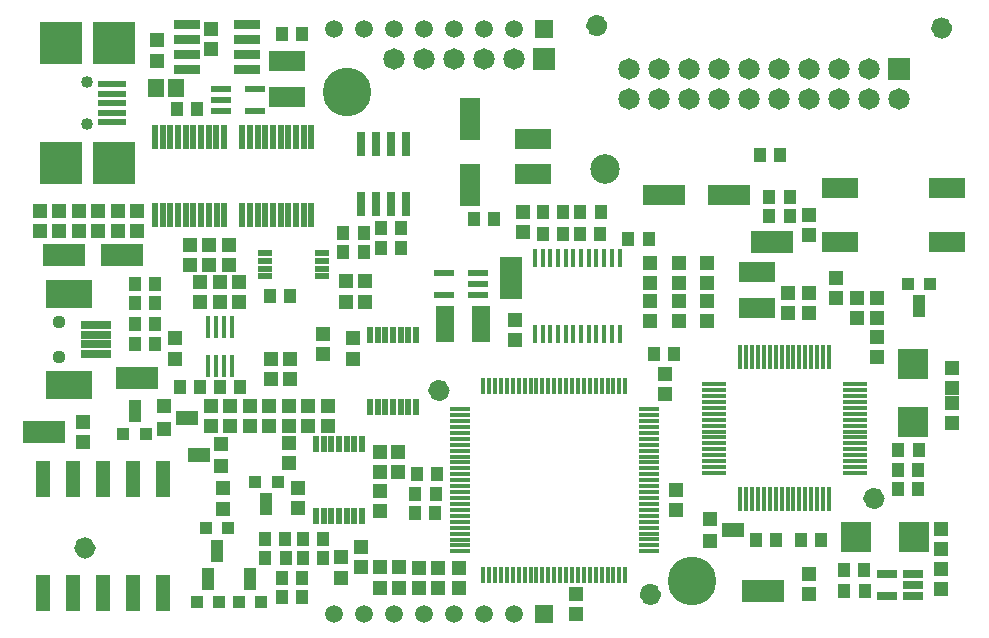
<source format=gts>
G04 Layer_Color=8388736*
%FSLAX25Y25*%
%MOIN*%
G70*
G01*
G75*
%ADD54C,0.04000*%
%ADD60C,0.04000*%
G04:AMPARAMS|DCode=68|XSize=80mil|YSize=19mil|CornerRadius=0mil|HoleSize=0mil|Usage=FLASHONLY|Rotation=90.018|XOffset=0mil|YOffset=0mil|HoleType=Round|Shape=Rectangle|*
%AMROTATEDRECTD68*
4,1,4,0.00951,-0.04000,-0.00949,-0.04000,-0.00951,0.04000,0.00949,0.04000,0.00951,-0.04000,0.0*
%
%ADD68ROTATEDRECTD68*%

%ADD69R,0.09500X0.02400*%
%ADD70R,0.14200X0.14200*%
G04:AMPARAMS|DCode=71|XSize=14mil|YSize=83mil|CornerRadius=0mil|HoleSize=0mil|Usage=FLASHONLY|Rotation=180.010|XOffset=0mil|YOffset=0mil|HoleType=Round|Shape=Rectangle|*
%AMROTATEDRECTD71*
4,1,4,0.00699,0.04150,0.00701,-0.04150,-0.00699,-0.04150,-0.00701,0.04150,0.00699,0.04150,0.0*
%
%ADD71ROTATEDRECTD71*%

G04:AMPARAMS|DCode=72|XSize=14mil|YSize=83mil|CornerRadius=0mil|HoleSize=0mil|Usage=FLASHONLY|Rotation=270.010|XOffset=0mil|YOffset=0mil|HoleType=Round|Shape=Rectangle|*
%AMROTATEDRECTD72*
4,1,4,-0.04150,0.00699,0.04150,0.00701,0.04150,-0.00699,-0.04150,-0.00701,-0.04150,0.00699,0.0*
%
%ADD72ROTATEDRECTD72*%

G04:AMPARAMS|DCode=73|XSize=56mil|YSize=19mil|CornerRadius=0mil|HoleSize=0mil|Usage=FLASHONLY|Rotation=90.018|XOffset=0mil|YOffset=0mil|HoleType=Round|Shape=Rectangle|*
%AMROTATEDRECTD73*
4,1,4,0.00951,-0.02800,-0.00949,-0.02800,-0.00951,0.02800,0.00949,0.02800,0.00951,-0.02800,0.0*
%
%ADD73ROTATEDRECTD73*%

%ADD74R,0.03000X0.08400*%
G04:AMPARAMS|DCode=75|XSize=20mil|YSize=64mil|CornerRadius=0mil|HoleSize=0mil|Usage=FLASHONLY|Rotation=90.018|XOffset=0mil|YOffset=0mil|HoleType=Round|Shape=Rectangle|*
%AMROTATEDRECTD75*
4,1,4,0.03200,-0.00999,-0.03200,-0.01001,-0.03200,0.00999,0.03200,0.01001,0.03200,-0.00999,0.0*
%
%ADD75ROTATEDRECTD75*%

G04:AMPARAMS|DCode=76|XSize=64mil|YSize=123mil|CornerRadius=0mil|HoleSize=0mil|Usage=FLASHONLY|Rotation=270.002|XOffset=0mil|YOffset=0mil|HoleType=Round|Shape=Rectangle|*
%AMROTATEDRECTD76*
4,1,4,-0.06150,0.03200,0.06150,0.03200,0.06150,-0.03200,-0.06150,-0.03200,-0.06150,0.03200,0.0*
%
%ADD76ROTATEDRECTD76*%

G04:AMPARAMS|DCode=77|XSize=142mil|YSize=64mil|CornerRadius=0mil|HoleSize=0mil|Usage=FLASHONLY|Rotation=180.010|XOffset=0mil|YOffset=0mil|HoleType=Round|Shape=Rectangle|*
%AMROTATEDRECTD77*
4,1,4,0.07100,0.03201,0.07101,-0.03199,-0.07100,-0.03201,-0.07101,0.03199,0.07100,0.03201,0.0*
%
%ADD77ROTATEDRECTD77*%

%ADD78R,0.04400X0.04400*%
%ADD79R,0.04400X0.07400*%
%ADD80P,0.06223X4X135.0*%
G04:AMPARAMS|DCode=81|XSize=44mil|YSize=74mil|CornerRadius=0mil|HoleSize=0mil|Usage=FLASHONLY|Rotation=90.018|XOffset=0mil|YOffset=0mil|HoleType=Round|Shape=Rectangle|*
%AMROTATEDRECTD81*
4,1,4,0.03701,-0.02199,-0.03699,-0.02201,-0.03701,0.02199,0.03699,0.02201,0.03701,-0.02199,0.0*
%
%ADD81ROTATEDRECTD81*%

G04:AMPARAMS|DCode=82|XSize=84mil|YSize=30mil|CornerRadius=0mil|HoleSize=0mil|Usage=FLASHONLY|Rotation=0.002|XOffset=0mil|YOffset=0mil|HoleType=Round|Shape=Rectangle|*
%AMROTATEDRECTD82*
4,1,4,-0.04200,-0.01500,-0.04200,0.01500,0.04200,0.01500,0.04200,-0.01500,-0.04200,-0.01500,0.0*
%
%ADD82ROTATEDRECTD82*%

G04:AMPARAMS|DCode=83|XSize=21mil|YSize=45mil|CornerRadius=0mil|HoleSize=0mil|Usage=FLASHONLY|Rotation=90.018|XOffset=0mil|YOffset=0mil|HoleType=Round|Shape=Rectangle|*
%AMROTATEDRECTD83*
4,1,4,0.02250,-0.01049,-0.02250,-0.01051,-0.02250,0.01049,0.02250,0.01051,0.02250,-0.01049,0.0*
%
%ADD83ROTATEDRECTD83*%

%ADD84R,0.01700X0.07500*%
%ADD85P,0.14001X4X315.0*%
G04:AMPARAMS|DCode=86|XSize=64mil|YSize=24mil|CornerRadius=0mil|HoleSize=0mil|Usage=FLASHONLY|Rotation=180.010|XOffset=0mil|YOffset=0mil|HoleType=Round|Shape=Rectangle|*
%AMROTATEDRECTD86*
4,1,4,0.03200,0.01201,0.03200,-0.01200,-0.03200,-0.01201,-0.03200,0.01200,0.03200,0.01201,0.0*
%
%ADD86ROTATEDRECTD86*%

%ADD87P,0.14001X4X225.0*%
G04:AMPARAMS|DCode=88|XSize=14mil|YSize=64mil|CornerRadius=0mil|HoleSize=0mil|Usage=FLASHONLY|Rotation=90.018|XOffset=0mil|YOffset=0mil|HoleType=Round|Shape=Rectangle|*
%AMROTATEDRECTD88*
4,1,4,0.03200,-0.00699,-0.03200,-0.00701,-0.03200,0.00699,0.03200,0.00701,0.03200,-0.00699,0.0*
%
%ADD88ROTATEDRECTD88*%

G04:AMPARAMS|DCode=89|XSize=14mil|YSize=54mil|CornerRadius=0mil|HoleSize=0mil|Usage=FLASHONLY|Rotation=180.018|XOffset=0mil|YOffset=0mil|HoleType=Round|Shape=Rectangle|*
%AMROTATEDRECTD89*
4,1,4,0.00699,0.02700,0.00701,-0.02700,-0.00699,-0.02700,-0.00701,0.02700,0.00699,0.02700,0.0*
%
%ADD89ROTATEDRECTD89*%

G04:AMPARAMS|DCode=90|XSize=44mil|YSize=48mil|CornerRadius=0mil|HoleSize=0mil|Usage=FLASHONLY|Rotation=90.018|XOffset=0mil|YOffset=0mil|HoleType=Round|Shape=Rectangle|*
%AMROTATEDRECTD90*
4,1,4,0.02401,-0.02199,-0.02399,-0.02201,-0.02401,0.02199,0.02399,0.02201,0.02401,-0.02199,0.0*
%
%ADD90ROTATEDRECTD90*%

G04:AMPARAMS|DCode=91|XSize=44mil|YSize=48mil|CornerRadius=0mil|HoleSize=0mil|Usage=FLASHONLY|Rotation=90.018|XOffset=0mil|YOffset=0mil|HoleType=Round|Shape=Rectangle|*
%AMROTATEDRECTD91*
4,1,4,0.02401,-0.02199,-0.02399,-0.02201,-0.02401,0.02199,0.02399,0.02201,0.02401,-0.02199,0.0*
%
%ADD91ROTATEDRECTD91*%

%ADD92R,0.04400X0.04800*%
%ADD93R,0.06400X0.11900*%
G04:AMPARAMS|DCode=94|XSize=64mil|YSize=119mil|CornerRadius=0mil|HoleSize=0mil|Usage=FLASHONLY|Rotation=270.002|XOffset=0mil|YOffset=0mil|HoleType=Round|Shape=Rectangle|*
%AMROTATEDRECTD94*
4,1,4,-0.05950,0.03200,0.05950,0.03200,0.05950,-0.03200,-0.05950,-0.03200,-0.05950,0.03200,0.0*
%
%ADD94ROTATEDRECTD94*%

%ADD95R,0.05600X0.06400*%
G04:AMPARAMS|DCode=96|XSize=139mil|YSize=74mil|CornerRadius=0mil|HoleSize=0mil|Usage=FLASHONLY|Rotation=90.018|XOffset=0mil|YOffset=0mil|HoleType=Round|Shape=Rectangle|*
%AMROTATEDRECTD96*
4,1,4,0.03702,-0.06949,-0.03698,-0.06951,-0.03702,0.06949,0.03698,0.06951,0.03702,-0.06949,0.0*
%
%ADD96ROTATEDRECTD96*%

G04:AMPARAMS|DCode=97|XSize=139mil|YSize=74mil|CornerRadius=0mil|HoleSize=0mil|Usage=FLASHONLY|Rotation=180.010|XOffset=0mil|YOffset=0mil|HoleType=Round|Shape=Rectangle|*
%AMROTATEDRECTD97*
4,1,4,0.06949,0.03701,0.06951,-0.03699,-0.06949,-0.03701,-0.06951,0.03699,0.06949,0.03701,0.0*
%
%ADD97ROTATEDRECTD97*%

G04:AMPARAMS|DCode=98|XSize=95mil|YSize=154mil|CornerRadius=0mil|HoleSize=0mil|Usage=FLASHONLY|Rotation=270.002|XOffset=0mil|YOffset=0mil|HoleType=Round|Shape=Rectangle|*
%AMROTATEDRECTD98*
4,1,4,-0.07700,0.04750,0.07700,0.04750,0.07700,-0.04750,-0.07700,-0.04750,-0.07700,0.04750,0.0*
%
%ADD98ROTATEDRECTD98*%

G04:AMPARAMS|DCode=99|XSize=26mil|YSize=103mil|CornerRadius=0mil|HoleSize=0mil|Usage=FLASHONLY|Rotation=270.002|XOffset=0mil|YOffset=0mil|HoleType=Round|Shape=Rectangle|*
%AMROTATEDRECTD99*
4,1,4,-0.05150,0.01300,0.05150,0.01300,0.05150,-0.01300,-0.05150,-0.01300,-0.05150,0.01300,0.0*
%
%ADD99ROTATEDRECTD99*%

%ADD100R,0.01600X0.06400*%
G04:AMPARAMS|DCode=101|XSize=44mil|YSize=123mil|CornerRadius=0mil|HoleSize=0mil|Usage=FLASHONLY|Rotation=0.010|XOffset=0mil|YOffset=0mil|HoleType=Round|Shape=Rectangle|*
%AMROTATEDRECTD101*
4,1,4,-0.02199,-0.06150,-0.02201,0.06150,0.02199,0.06150,0.02201,-0.06150,-0.02199,-0.06150,0.0*
%
%ADD101ROTATEDRECTD101*%

G04:AMPARAMS|DCode=102|XSize=142mil|YSize=64mil|CornerRadius=0mil|HoleSize=0mil|Usage=FLASHONLY|Rotation=270.002|XOffset=0mil|YOffset=0mil|HoleType=Round|Shape=Rectangle|*
%AMROTATEDRECTD102*
4,1,4,-0.03200,0.07100,0.03200,0.07100,0.03200,-0.07100,-0.03200,-0.07100,-0.03200,0.07100,0.0*
%
%ADD102ROTATEDRECTD102*%

%ADD103C,0.16200*%
%ADD104R,0.05900X0.05900*%
%ADD105C,0.05900*%
%ADD106C,0.09850*%
%ADD107C,0.04400*%
%ADD108P,0.10112X4X315.0*%
%ADD109C,0.07150*%
D54*
X24303Y182800D02*
D03*
Y168986D02*
D03*
D60*
X195700Y201700D02*
G03*
X195700Y201700I-1600J0D01*
G01*
X310700Y200900D02*
G03*
X310700Y200900I-1600J0D01*
G01*
X25100Y27600D02*
G03*
X25100Y27600I-1600J0D01*
G01*
X143100Y80100D02*
G03*
X143100Y80100I-1600J0D01*
G01*
X288100Y44100D02*
G03*
X288100Y44100I-1600J0D01*
G01*
X213600Y12100D02*
G03*
X213600Y12100I-1600J0D01*
G01*
D68*
X76000Y138600D02*
D03*
X78559Y138601D02*
D03*
X81118Y138602D02*
D03*
X83678Y138602D02*
D03*
X86237Y138603D02*
D03*
X88796Y138604D02*
D03*
X91355Y138605D02*
D03*
X93914Y138605D02*
D03*
X96473Y138606D02*
D03*
X99032Y138607D02*
D03*
X75992Y164600D02*
D03*
X78551Y164601D02*
D03*
X81110Y164602D02*
D03*
X83670Y164602D02*
D03*
X86229Y164603D02*
D03*
X88788Y164604D02*
D03*
X91347Y164605D02*
D03*
X93906Y164605D02*
D03*
X96465Y164606D02*
D03*
X99024Y164607D02*
D03*
X46900Y138600D02*
D03*
X49459Y138601D02*
D03*
X52018Y138602D02*
D03*
X54577Y138602D02*
D03*
X57136Y138603D02*
D03*
X59696Y138604D02*
D03*
X62255Y138605D02*
D03*
X64814Y138605D02*
D03*
X67373Y138606D02*
D03*
X69932Y138607D02*
D03*
X46892Y164600D02*
D03*
X49451Y164601D02*
D03*
X52010Y164602D02*
D03*
X54570Y164602D02*
D03*
X57129Y164603D02*
D03*
X59688Y164604D02*
D03*
X62247Y164605D02*
D03*
X64806Y164605D02*
D03*
X67365Y164606D02*
D03*
X69924Y164607D02*
D03*
D69*
X32400Y182200D02*
D03*
Y179025D02*
D03*
Y175876D02*
D03*
Y172726D02*
D03*
Y169576D02*
D03*
D70*
X33200Y196000D02*
D03*
X15445D02*
D03*
X33200Y155797D02*
D03*
X15445D02*
D03*
D71*
X271508Y43800D02*
D03*
X269508Y43800D02*
D03*
X267508Y43799D02*
D03*
X265508Y43799D02*
D03*
X263608Y43799D02*
D03*
X261608Y43798D02*
D03*
X259608Y43798D02*
D03*
X257708Y43798D02*
D03*
X255708Y43797D02*
D03*
X253708Y43797D02*
D03*
X251808Y43797D02*
D03*
X249808Y43796D02*
D03*
X247808Y43796D02*
D03*
X245908Y43795D02*
D03*
X243908Y43795D02*
D03*
X241908Y43795D02*
D03*
X271500Y91100D02*
D03*
X269500Y91100D02*
D03*
X267500Y91099D02*
D03*
X265500Y91099D02*
D03*
X263600Y91099D02*
D03*
X261600Y91098D02*
D03*
X259600Y91098D02*
D03*
X257700Y91098D02*
D03*
X255700Y91097D02*
D03*
X253700Y91097D02*
D03*
X251800Y91097D02*
D03*
X249800Y91096D02*
D03*
X247800Y91096D02*
D03*
X245900Y91096D02*
D03*
X243900Y91095D02*
D03*
X241900Y91095D02*
D03*
D72*
X280360Y82201D02*
D03*
X280360Y80202D02*
D03*
X280361Y78302D02*
D03*
X280361Y76301D02*
D03*
X280361Y74301D02*
D03*
X280362Y72302D02*
D03*
X280362Y70402D02*
D03*
X280362Y68401D02*
D03*
X280363Y66401D02*
D03*
X280363Y64502D02*
D03*
X280363Y62502D02*
D03*
X280364Y60501D02*
D03*
X280364Y58601D02*
D03*
X280364Y56602D02*
D03*
X280365Y54602D02*
D03*
X280365Y52701D02*
D03*
X233102Y82193D02*
D03*
X233102Y80193D02*
D03*
X233102Y78293D02*
D03*
X233103Y76293D02*
D03*
X233103Y74293D02*
D03*
X233103Y72293D02*
D03*
X233104Y70393D02*
D03*
X233104Y68393D02*
D03*
X233104Y66393D02*
D03*
X233105Y64493D02*
D03*
X233105Y62493D02*
D03*
X233105Y60493D02*
D03*
X233106Y58593D02*
D03*
X233106Y56593D02*
D03*
X233106Y54593D02*
D03*
X233107Y52693D02*
D03*
D73*
X118500Y74600D02*
D03*
X121059Y74601D02*
D03*
X123618Y74602D02*
D03*
X126177Y74602D02*
D03*
X128736Y74603D02*
D03*
X131295Y74604D02*
D03*
X133854Y74605D02*
D03*
X118493Y98600D02*
D03*
X121052Y98601D02*
D03*
X123611Y98602D02*
D03*
X126170Y98602D02*
D03*
X128729Y98603D02*
D03*
X131288Y98604D02*
D03*
X133847Y98605D02*
D03*
X100500Y38100D02*
D03*
X103059Y38101D02*
D03*
X105618Y38102D02*
D03*
X108177Y38102D02*
D03*
X110736Y38103D02*
D03*
X113295Y38104D02*
D03*
X115854Y38105D02*
D03*
X100493Y62100D02*
D03*
X103052Y62101D02*
D03*
X105611Y62102D02*
D03*
X108170Y62102D02*
D03*
X110729Y62103D02*
D03*
X113288Y62104D02*
D03*
X115847Y62105D02*
D03*
D74*
X115500Y142100D02*
D03*
X120500D02*
D03*
X125500D02*
D03*
X130500D02*
D03*
Y162100D02*
D03*
X125500D02*
D03*
X120500D02*
D03*
X115500D02*
D03*
D75*
X154601Y111902D02*
D03*
X154600Y115702D02*
D03*
X154599Y119402D02*
D03*
X143301Y111898D02*
D03*
X143299Y119398D02*
D03*
X68900Y180600D02*
D03*
X68900Y176800D02*
D03*
X68900Y173100D02*
D03*
X80200Y180600D02*
D03*
X80200Y173100D02*
D03*
D76*
X310800Y147459D02*
D03*
X310800Y129701D02*
D03*
X275283Y147458D02*
D03*
X275284Y129699D02*
D03*
D77*
X216600Y145098D02*
D03*
X238327Y145102D02*
D03*
D78*
X74800Y9600D02*
D03*
X82300D02*
D03*
X305200Y115601D02*
D03*
X297699Y115599D02*
D03*
X60800Y9600D02*
D03*
X68300D02*
D03*
X71200Y34101D02*
D03*
X63700Y34099D02*
D03*
X36300Y65600D02*
D03*
X43800D02*
D03*
X87700Y49601D02*
D03*
X80199Y49599D02*
D03*
D79*
X78600Y17100D02*
D03*
X301401Y108100D02*
D03*
X64600Y17100D02*
D03*
X67401Y26600D02*
D03*
X40100Y73100D02*
D03*
X83901Y42100D02*
D03*
D80*
X69001Y54901D02*
D03*
X68999Y62401D02*
D03*
X232000Y37300D02*
D03*
X232000Y29800D02*
D03*
X50000Y74800D02*
D03*
X50000Y67300D02*
D03*
D81*
X61500Y58699D02*
D03*
X239500Y33500D02*
D03*
X57500Y71000D02*
D03*
D82*
Y201900D02*
D03*
X57500Y196900D02*
D03*
X57500Y191900D02*
D03*
X57500Y186900D02*
D03*
X77500Y186901D02*
D03*
X77500Y191901D02*
D03*
X77500Y196901D02*
D03*
X77500Y201901D02*
D03*
D83*
X102500Y118100D02*
D03*
X102499Y120700D02*
D03*
X102498Y123300D02*
D03*
X102498Y125800D02*
D03*
X83600Y118094D02*
D03*
X83599Y120694D02*
D03*
X83598Y123294D02*
D03*
X83598Y125794D02*
D03*
D84*
X67220Y88104D02*
D03*
X64661D02*
D03*
X69800D02*
D03*
X72400D02*
D03*
X67220Y101100D02*
D03*
X64661D02*
D03*
X69800D02*
D03*
X72400D02*
D03*
D85*
X299500Y88887D02*
D03*
X299501Y69500D02*
D03*
D86*
X299500Y11600D02*
D03*
X299499Y15340D02*
D03*
X299499Y19080D02*
D03*
X290800Y11598D02*
D03*
X290799Y19079D02*
D03*
D87*
X299787Y31100D02*
D03*
X280400Y31097D02*
D03*
D88*
X211504Y26488D02*
D03*
X211503Y28456D02*
D03*
X211502Y30425D02*
D03*
X211502Y32393D02*
D03*
X211501Y34362D02*
D03*
X211500Y36330D02*
D03*
X211500Y38299D02*
D03*
X211499Y40267D02*
D03*
X211498Y42236D02*
D03*
X211498Y44204D02*
D03*
X211497Y46173D02*
D03*
X211497Y48141D02*
D03*
X211496Y50110D02*
D03*
X211495Y52110D02*
D03*
X211495Y54110D02*
D03*
X211494Y56110D02*
D03*
X211494Y58010D02*
D03*
X211493Y60010D02*
D03*
X211492Y62010D02*
D03*
X211492Y63910D02*
D03*
X211491Y65910D02*
D03*
X211491Y67910D02*
D03*
X211490Y69810D02*
D03*
X211489Y71810D02*
D03*
X211489Y73810D02*
D03*
X148507Y26468D02*
D03*
X148507Y28437D02*
D03*
X148506Y30405D02*
D03*
X148506Y32374D02*
D03*
X148505Y34342D02*
D03*
X148504Y36311D02*
D03*
X148504Y38279D02*
D03*
X148503Y40248D02*
D03*
X148503Y42216D02*
D03*
X148502Y44185D02*
D03*
X148501Y46153D02*
D03*
X148501Y48122D02*
D03*
X148500Y50090D02*
D03*
X148499Y52090D02*
D03*
X148499Y54090D02*
D03*
X148498Y56090D02*
D03*
X148497Y57990D02*
D03*
X148497Y59990D02*
D03*
X148496Y61990D02*
D03*
X148496Y63890D02*
D03*
X148495Y65890D02*
D03*
X148494Y67890D02*
D03*
X148494Y69790D02*
D03*
X148493Y71790D02*
D03*
X148493Y73790D02*
D03*
D89*
X203612Y81607D02*
D03*
X201644Y81607D02*
D03*
X199675Y81606D02*
D03*
X197707Y81606D02*
D03*
X195738Y81605D02*
D03*
X193770Y81604D02*
D03*
X191801Y81604D02*
D03*
X189833Y81603D02*
D03*
X187864Y81603D02*
D03*
X185896Y81602D02*
D03*
X183927Y81601D02*
D03*
X181959Y81601D02*
D03*
X179990Y81600D02*
D03*
X177990Y81599D02*
D03*
X175990Y81599D02*
D03*
X173990Y81598D02*
D03*
X172090Y81598D02*
D03*
X170090Y81597D02*
D03*
X168090Y81596D02*
D03*
X166190Y81596D02*
D03*
X164190Y81595D02*
D03*
X162190Y81594D02*
D03*
X160290Y81594D02*
D03*
X158290Y81593D02*
D03*
X156290Y81593D02*
D03*
X203632Y18611D02*
D03*
X201663Y18611D02*
D03*
X199695Y18610D02*
D03*
X197726Y18609D02*
D03*
X195758Y18609D02*
D03*
X193789Y18608D02*
D03*
X191821Y18608D02*
D03*
X189852Y18607D02*
D03*
X187884Y18606D02*
D03*
X185915Y18606D02*
D03*
X183947Y18605D02*
D03*
X181978Y18605D02*
D03*
X180010Y18604D02*
D03*
X178010Y18603D02*
D03*
X176010Y18603D02*
D03*
X174010Y18602D02*
D03*
X172110Y18601D02*
D03*
X170110Y18601D02*
D03*
X168110Y18600D02*
D03*
X166210Y18600D02*
D03*
X164210Y18599D02*
D03*
X162210Y18598D02*
D03*
X160310Y18598D02*
D03*
X158310Y18597D02*
D03*
X156310Y18597D02*
D03*
D90*
X47501Y190053D02*
D03*
X47499Y196800D02*
D03*
X287500Y97947D02*
D03*
X287500Y91200D02*
D03*
X287500Y110947D02*
D03*
X287500Y104200D02*
D03*
X281000Y110947D02*
D03*
X281000Y104200D02*
D03*
X312500Y75946D02*
D03*
X312500Y69200D02*
D03*
X115500Y27946D02*
D03*
X115500Y21200D02*
D03*
X109000Y24446D02*
D03*
X109000Y17700D02*
D03*
X65500Y74946D02*
D03*
X65500Y68200D02*
D03*
X78500Y74946D02*
D03*
X78500Y68200D02*
D03*
X21500Y139946D02*
D03*
X21500Y133200D02*
D03*
X53500Y97447D02*
D03*
X53500Y90700D02*
D03*
X113000Y97447D02*
D03*
X113000Y90700D02*
D03*
X187199Y12347D02*
D03*
X187201Y5600D02*
D03*
X148300Y21046D02*
D03*
Y14300D02*
D03*
X28000Y139946D02*
D03*
X28000Y133200D02*
D03*
X15000Y139946D02*
D03*
X15000Y133200D02*
D03*
X34500Y139946D02*
D03*
X34500Y133200D02*
D03*
X110500Y116446D02*
D03*
X110500Y109700D02*
D03*
X117000Y116446D02*
D03*
X117000Y109700D02*
D03*
X68500Y116246D02*
D03*
X68500Y109500D02*
D03*
X75000Y116246D02*
D03*
X75000Y109500D02*
D03*
X58501Y121853D02*
D03*
X58499Y128600D02*
D03*
X65000Y128647D02*
D03*
X65000Y121900D02*
D03*
X91500Y74946D02*
D03*
X91500Y68200D02*
D03*
X69500Y47447D02*
D03*
X69500Y40700D02*
D03*
X41000Y139946D02*
D03*
X41000Y133200D02*
D03*
X8500Y139946D02*
D03*
X8500Y133200D02*
D03*
X71500Y128647D02*
D03*
X71500Y121900D02*
D03*
X62001Y109554D02*
D03*
X61999Y116300D02*
D03*
X265000Y18947D02*
D03*
X265000Y12200D02*
D03*
X65500Y200746D02*
D03*
X65500Y194000D02*
D03*
X134800Y14300D02*
D03*
X134800Y21046D02*
D03*
X141300Y14300D02*
D03*
X141300Y21046D02*
D03*
D91*
X309001Y27253D02*
D03*
X308999Y34000D02*
D03*
X309001Y13754D02*
D03*
X308999Y20500D02*
D03*
X312501Y80753D02*
D03*
X312499Y87500D02*
D03*
X258001Y105754D02*
D03*
X257999Y112500D02*
D03*
X121801Y14354D02*
D03*
X121799Y21100D02*
D03*
X128301Y14354D02*
D03*
X128299Y21100D02*
D03*
X23001Y62753D02*
D03*
X22999Y69500D02*
D03*
X72001Y68253D02*
D03*
X71999Y75000D02*
D03*
X85001Y68253D02*
D03*
X84999Y75000D02*
D03*
X98001Y68253D02*
D03*
X97999Y75000D02*
D03*
X122001Y52754D02*
D03*
X121999Y59500D02*
D03*
X128001Y52754D02*
D03*
X127999Y59500D02*
D03*
X122001Y39753D02*
D03*
X121999Y46500D02*
D03*
X94501Y40753D02*
D03*
X94499Y47500D02*
D03*
X265001Y105754D02*
D03*
X264999Y112500D02*
D03*
X220501Y40253D02*
D03*
X220499Y47000D02*
D03*
X217001Y78754D02*
D03*
X216999Y85500D02*
D03*
X221501Y115753D02*
D03*
X221499Y122500D02*
D03*
X231001Y115753D02*
D03*
X230999Y122500D02*
D03*
X212001Y115753D02*
D03*
X211999Y122500D02*
D03*
X221501Y103253D02*
D03*
X221499Y110000D02*
D03*
X231001Y103253D02*
D03*
X230999Y110000D02*
D03*
X212001Y103253D02*
D03*
X211999Y110000D02*
D03*
X104501Y68253D02*
D03*
X104499Y75000D02*
D03*
X91501Y55753D02*
D03*
X91499Y62500D02*
D03*
X85501Y83754D02*
D03*
X85499Y90500D02*
D03*
X92001Y83754D02*
D03*
X91999Y90500D02*
D03*
X265001Y131754D02*
D03*
X264999Y138500D02*
D03*
X167001Y96754D02*
D03*
X166999Y103500D02*
D03*
X103001Y92254D02*
D03*
X102999Y99000D02*
D03*
X169501Y132754D02*
D03*
X169499Y139500D02*
D03*
X274001Y110754D02*
D03*
X273999Y117500D02*
D03*
D92*
X276654Y13100D02*
D03*
X283400D02*
D03*
X283347Y20101D02*
D03*
X276600Y20099D02*
D03*
X301346Y47101D02*
D03*
X294600Y47099D02*
D03*
X301346Y53601D02*
D03*
X294600Y53599D02*
D03*
X294654Y60100D02*
D03*
X301400D02*
D03*
X255346Y158601D02*
D03*
X248600Y158599D02*
D03*
X247153Y30100D02*
D03*
X253900D02*
D03*
X83653Y24100D02*
D03*
X90400D02*
D03*
X90346Y30601D02*
D03*
X83600Y30599D02*
D03*
X95846Y17601D02*
D03*
X89100Y17599D02*
D03*
X95846Y11101D02*
D03*
X89100Y11099D02*
D03*
X55154Y81100D02*
D03*
X61900D02*
D03*
X182846Y132101D02*
D03*
X176100Y132099D02*
D03*
X195346Y132101D02*
D03*
X188600Y132099D02*
D03*
X85154Y111600D02*
D03*
X91900D02*
D03*
X262154Y30100D02*
D03*
X268900D02*
D03*
X140347Y39101D02*
D03*
X133600Y39099D02*
D03*
X75346Y81101D02*
D03*
X68600Y81099D02*
D03*
X153154Y137100D02*
D03*
X159900D02*
D03*
X96153Y30600D02*
D03*
X102900D02*
D03*
X96153Y24100D02*
D03*
X102900D02*
D03*
X122153Y134100D02*
D03*
X128900D02*
D03*
X128847Y127601D02*
D03*
X122100Y127599D02*
D03*
X134153Y52100D02*
D03*
X140900D02*
D03*
X133653Y45600D02*
D03*
X140400D02*
D03*
X109653Y126100D02*
D03*
X116400D02*
D03*
X204654Y130600D02*
D03*
X211400D02*
D03*
X109653Y132600D02*
D03*
X116400D02*
D03*
X60847Y173901D02*
D03*
X54100Y173899D02*
D03*
X188654Y139600D02*
D03*
X195400D02*
D03*
X176154D02*
D03*
X182900D02*
D03*
X251654Y144600D02*
D03*
X258400D02*
D03*
X251654Y138100D02*
D03*
X258400D02*
D03*
X89153Y198900D02*
D03*
X95900D02*
D03*
X213154Y92100D02*
D03*
X219900D02*
D03*
X40154Y109100D02*
D03*
X46900D02*
D03*
X40154Y115600D02*
D03*
X46900D02*
D03*
X40154Y102100D02*
D03*
X46900D02*
D03*
X40154Y95600D02*
D03*
X46900D02*
D03*
D93*
X143595Y102100D02*
D03*
X155500D02*
D03*
D94*
X91000Y189805D02*
D03*
X91000Y177900D02*
D03*
X173000Y164005D02*
D03*
X173000Y152100D02*
D03*
X247502Y107694D02*
D03*
X247498Y119600D02*
D03*
D95*
X47153Y180900D02*
D03*
X53900D02*
D03*
D96*
X165500Y117600D02*
D03*
D97*
X10000Y66100D02*
D03*
X41000Y84100D02*
D03*
X36000Y125100D02*
D03*
X16500D02*
D03*
X249500Y13100D02*
D03*
X252500Y129600D02*
D03*
D98*
X18100Y112258D02*
D03*
X18101Y81901D02*
D03*
D99*
X27100Y95501D02*
D03*
X27100Y98676D02*
D03*
X27100Y101825D02*
D03*
X27100Y92301D02*
D03*
D100*
X173484Y99002D02*
D03*
X176043D02*
D03*
X178602D02*
D03*
X181161D02*
D03*
X183721D02*
D03*
X186300D02*
D03*
X188900D02*
D03*
X191400D02*
D03*
X194000D02*
D03*
X196600D02*
D03*
X183721Y124200D02*
D03*
X186300D02*
D03*
X188900D02*
D03*
X191400D02*
D03*
X194000D02*
D03*
X196600D02*
D03*
X199100D02*
D03*
X201700D02*
D03*
X199100Y99002D02*
D03*
X201700D02*
D03*
X181161Y124200D02*
D03*
X178602D02*
D03*
X176043D02*
D03*
X173484D02*
D03*
D101*
X9497Y50415D02*
D03*
X19497Y50417D02*
D03*
X29497Y50419D02*
D03*
X39497Y50421D02*
D03*
X49497Y50422D02*
D03*
X9503Y12697D02*
D03*
X19503Y12698D02*
D03*
X29503Y12700D02*
D03*
X39503Y12702D02*
D03*
X49503Y12703D02*
D03*
D102*
X152000Y148700D02*
D03*
X152000Y170427D02*
D03*
D103*
X111000Y179600D02*
D03*
X226000Y16600D02*
D03*
D104*
X176500Y5600D02*
D03*
Y200600D02*
D03*
D105*
X166500Y5600D02*
D03*
X156500D02*
D03*
X146500D02*
D03*
X136500D02*
D03*
X126500D02*
D03*
X116500D02*
D03*
X106500D02*
D03*
X166500Y200600D02*
D03*
X156500D02*
D03*
X146500D02*
D03*
X136500D02*
D03*
X126500D02*
D03*
X116500D02*
D03*
X106500D02*
D03*
D106*
X196700Y154000D02*
D03*
D107*
X14700Y103006D02*
D03*
X14700Y91101D02*
D03*
D108*
X295000Y187102D02*
D03*
X176500Y190600D02*
D03*
D109*
X295000Y177102D02*
D03*
X285000Y187101D02*
D03*
X285000Y177101D02*
D03*
X275000Y187101D02*
D03*
X275000Y177101D02*
D03*
X265000Y187101D02*
D03*
X265000Y177101D02*
D03*
X255000Y187100D02*
D03*
X255000Y177100D02*
D03*
X245000Y187100D02*
D03*
X245000Y177100D02*
D03*
X235000Y187100D02*
D03*
X235000Y177100D02*
D03*
X225000Y187099D02*
D03*
X225000Y177099D02*
D03*
X215000Y187099D02*
D03*
X215000Y177099D02*
D03*
X205000Y187098D02*
D03*
X205000Y177098D02*
D03*
X166500Y190600D02*
D03*
X156500Y190599D02*
D03*
X146500Y190599D02*
D03*
X136500Y190599D02*
D03*
X126500Y190598D02*
D03*
M02*

</source>
